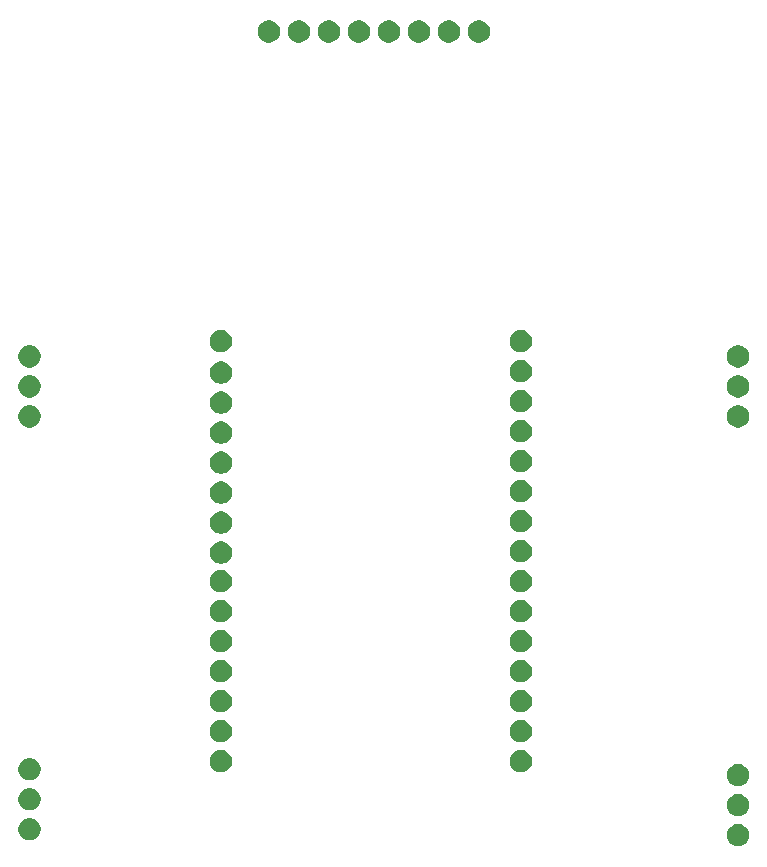
<source format=gts>
G04 #@! TF.GenerationSoftware,KiCad,Pcbnew,9.0.4*
G04 #@! TF.CreationDate,2025-09-06T12:28:32+03:00*
G04 #@! TF.ProjectId,esp32 flight controller,65737033-3220-4666-9c69-67687420636f,rev?*
G04 #@! TF.SameCoordinates,Original*
G04 #@! TF.FileFunction,Soldermask,Top*
G04 #@! TF.FilePolarity,Negative*
%FSLAX46Y46*%
G04 Gerber Fmt 4.6, Leading zero omitted, Abs format (unit mm)*
G04 Created by KiCad (PCBNEW 9.0.4) date 2025-09-06 12:28:32*
%MOMM*%
%LPD*%
G01*
G04 APERTURE LIST*
G04 APERTURE END LIST*
G36*
X145775770Y-119130907D02*
G01*
X145947827Y-119202175D01*
X146102674Y-119305640D01*
X146234360Y-119437326D01*
X146337825Y-119592173D01*
X146409093Y-119764230D01*
X146445425Y-119946884D01*
X146445425Y-120133116D01*
X146409093Y-120315770D01*
X146337825Y-120487827D01*
X146234360Y-120642674D01*
X146102674Y-120774360D01*
X145947827Y-120877825D01*
X145775770Y-120949093D01*
X145593116Y-120985425D01*
X145406884Y-120985425D01*
X145224230Y-120949093D01*
X145052173Y-120877825D01*
X144897326Y-120774360D01*
X144765640Y-120642674D01*
X144662175Y-120487827D01*
X144590907Y-120315770D01*
X144554575Y-120133116D01*
X144554575Y-119946884D01*
X144590907Y-119764230D01*
X144662175Y-119592173D01*
X144765640Y-119437326D01*
X144897326Y-119305640D01*
X145052173Y-119202175D01*
X145224230Y-119130907D01*
X145406884Y-119094575D01*
X145593116Y-119094575D01*
X145775770Y-119130907D01*
G37*
G36*
X85775770Y-118630907D02*
G01*
X85947827Y-118702175D01*
X86102674Y-118805640D01*
X86234360Y-118937326D01*
X86337825Y-119092173D01*
X86409093Y-119264230D01*
X86445425Y-119446884D01*
X86445425Y-119633116D01*
X86409093Y-119815770D01*
X86337825Y-119987827D01*
X86234360Y-120142674D01*
X86102674Y-120274360D01*
X85947827Y-120377825D01*
X85775770Y-120449093D01*
X85593116Y-120485425D01*
X85406884Y-120485425D01*
X85224230Y-120449093D01*
X85052173Y-120377825D01*
X84897326Y-120274360D01*
X84765640Y-120142674D01*
X84662175Y-119987827D01*
X84590907Y-119815770D01*
X84554575Y-119633116D01*
X84554575Y-119446884D01*
X84590907Y-119264230D01*
X84662175Y-119092173D01*
X84765640Y-118937326D01*
X84897326Y-118805640D01*
X85052173Y-118702175D01*
X85224230Y-118630907D01*
X85406884Y-118594575D01*
X85593116Y-118594575D01*
X85775770Y-118630907D01*
G37*
G36*
X145775770Y-116590907D02*
G01*
X145947827Y-116662175D01*
X146102674Y-116765640D01*
X146234360Y-116897326D01*
X146337825Y-117052173D01*
X146409093Y-117224230D01*
X146445425Y-117406884D01*
X146445425Y-117593116D01*
X146409093Y-117775770D01*
X146337825Y-117947827D01*
X146234360Y-118102674D01*
X146102674Y-118234360D01*
X145947827Y-118337825D01*
X145775770Y-118409093D01*
X145593116Y-118445425D01*
X145406884Y-118445425D01*
X145224230Y-118409093D01*
X145052173Y-118337825D01*
X144897326Y-118234360D01*
X144765640Y-118102674D01*
X144662175Y-117947827D01*
X144590907Y-117775770D01*
X144554575Y-117593116D01*
X144554575Y-117406884D01*
X144590907Y-117224230D01*
X144662175Y-117052173D01*
X144765640Y-116897326D01*
X144897326Y-116765640D01*
X145052173Y-116662175D01*
X145224230Y-116590907D01*
X145406884Y-116554575D01*
X145593116Y-116554575D01*
X145775770Y-116590907D01*
G37*
G36*
X85775770Y-116090907D02*
G01*
X85947827Y-116162175D01*
X86102674Y-116265640D01*
X86234360Y-116397326D01*
X86337825Y-116552173D01*
X86409093Y-116724230D01*
X86445425Y-116906884D01*
X86445425Y-117093116D01*
X86409093Y-117275770D01*
X86337825Y-117447827D01*
X86234360Y-117602674D01*
X86102674Y-117734360D01*
X85947827Y-117837825D01*
X85775770Y-117909093D01*
X85593116Y-117945425D01*
X85406884Y-117945425D01*
X85224230Y-117909093D01*
X85052173Y-117837825D01*
X84897326Y-117734360D01*
X84765640Y-117602674D01*
X84662175Y-117447827D01*
X84590907Y-117275770D01*
X84554575Y-117093116D01*
X84554575Y-116906884D01*
X84590907Y-116724230D01*
X84662175Y-116552173D01*
X84765640Y-116397326D01*
X84897326Y-116265640D01*
X85052173Y-116162175D01*
X85224230Y-116090907D01*
X85406884Y-116054575D01*
X85593116Y-116054575D01*
X85775770Y-116090907D01*
G37*
G36*
X145775770Y-114050907D02*
G01*
X145947827Y-114122175D01*
X146102674Y-114225640D01*
X146234360Y-114357326D01*
X146337825Y-114512173D01*
X146409093Y-114684230D01*
X146445425Y-114866884D01*
X146445425Y-115053116D01*
X146409093Y-115235770D01*
X146337825Y-115407827D01*
X146234360Y-115562674D01*
X146102674Y-115694360D01*
X145947827Y-115797825D01*
X145775770Y-115869093D01*
X145593116Y-115905425D01*
X145406884Y-115905425D01*
X145224230Y-115869093D01*
X145052173Y-115797825D01*
X144897326Y-115694360D01*
X144765640Y-115562674D01*
X144662175Y-115407827D01*
X144590907Y-115235770D01*
X144554575Y-115053116D01*
X144554575Y-114866884D01*
X144590907Y-114684230D01*
X144662175Y-114512173D01*
X144765640Y-114357326D01*
X144897326Y-114225640D01*
X145052173Y-114122175D01*
X145224230Y-114050907D01*
X145406884Y-114014575D01*
X145593116Y-114014575D01*
X145775770Y-114050907D01*
G37*
G36*
X85775770Y-113550907D02*
G01*
X85947827Y-113622175D01*
X86102674Y-113725640D01*
X86234360Y-113857326D01*
X86337825Y-114012173D01*
X86409093Y-114184230D01*
X86445425Y-114366884D01*
X86445425Y-114553116D01*
X86409093Y-114735770D01*
X86337825Y-114907827D01*
X86234360Y-115062674D01*
X86102674Y-115194360D01*
X85947827Y-115297825D01*
X85775770Y-115369093D01*
X85593116Y-115405425D01*
X85406884Y-115405425D01*
X85224230Y-115369093D01*
X85052173Y-115297825D01*
X84897326Y-115194360D01*
X84765640Y-115062674D01*
X84662175Y-114907827D01*
X84590907Y-114735770D01*
X84554575Y-114553116D01*
X84554575Y-114366884D01*
X84590907Y-114184230D01*
X84662175Y-114012173D01*
X84765640Y-113857326D01*
X84897326Y-113725640D01*
X85052173Y-113622175D01*
X85224230Y-113550907D01*
X85406884Y-113514575D01*
X85593116Y-113514575D01*
X85775770Y-113550907D01*
G37*
G36*
X101976496Y-112868514D02*
G01*
X102149005Y-112939970D01*
X102304260Y-113043708D01*
X102436292Y-113175740D01*
X102540030Y-113330995D01*
X102611486Y-113503504D01*
X102647913Y-113686639D01*
X102647913Y-113873361D01*
X102611486Y-114056496D01*
X102540030Y-114229005D01*
X102436292Y-114384260D01*
X102304260Y-114516292D01*
X102149005Y-114620030D01*
X101976496Y-114691486D01*
X101793361Y-114727913D01*
X101606639Y-114727913D01*
X101423504Y-114691486D01*
X101250995Y-114620030D01*
X101095740Y-114516292D01*
X100963708Y-114384260D01*
X100859970Y-114229005D01*
X100788514Y-114056496D01*
X100752087Y-113873361D01*
X100752087Y-113686639D01*
X100788514Y-113503504D01*
X100859970Y-113330995D01*
X100963708Y-113175740D01*
X101095740Y-113043708D01*
X101250995Y-112939970D01*
X101423504Y-112868514D01*
X101606639Y-112832087D01*
X101793361Y-112832087D01*
X101976496Y-112868514D01*
G37*
G36*
X127376496Y-112868514D02*
G01*
X127549005Y-112939970D01*
X127704260Y-113043708D01*
X127836292Y-113175740D01*
X127940030Y-113330995D01*
X128011486Y-113503504D01*
X128047913Y-113686639D01*
X128047913Y-113873361D01*
X128011486Y-114056496D01*
X127940030Y-114229005D01*
X127836292Y-114384260D01*
X127704260Y-114516292D01*
X127549005Y-114620030D01*
X127376496Y-114691486D01*
X127193361Y-114727913D01*
X127006639Y-114727913D01*
X126823504Y-114691486D01*
X126650995Y-114620030D01*
X126495740Y-114516292D01*
X126363708Y-114384260D01*
X126259970Y-114229005D01*
X126188514Y-114056496D01*
X126152087Y-113873361D01*
X126152087Y-113686639D01*
X126188514Y-113503504D01*
X126259970Y-113330995D01*
X126363708Y-113175740D01*
X126495740Y-113043708D01*
X126650995Y-112939970D01*
X126823504Y-112868514D01*
X127006639Y-112832087D01*
X127193361Y-112832087D01*
X127376496Y-112868514D01*
G37*
G36*
X101976496Y-110328514D02*
G01*
X102149005Y-110399970D01*
X102304260Y-110503708D01*
X102436292Y-110635740D01*
X102540030Y-110790995D01*
X102611486Y-110963504D01*
X102647913Y-111146639D01*
X102647913Y-111333361D01*
X102611486Y-111516496D01*
X102540030Y-111689005D01*
X102436292Y-111844260D01*
X102304260Y-111976292D01*
X102149005Y-112080030D01*
X101976496Y-112151486D01*
X101793361Y-112187913D01*
X101606639Y-112187913D01*
X101423504Y-112151486D01*
X101250995Y-112080030D01*
X101095740Y-111976292D01*
X100963708Y-111844260D01*
X100859970Y-111689005D01*
X100788514Y-111516496D01*
X100752087Y-111333361D01*
X100752087Y-111146639D01*
X100788514Y-110963504D01*
X100859970Y-110790995D01*
X100963708Y-110635740D01*
X101095740Y-110503708D01*
X101250995Y-110399970D01*
X101423504Y-110328514D01*
X101606639Y-110292087D01*
X101793361Y-110292087D01*
X101976496Y-110328514D01*
G37*
G36*
X127376496Y-110328514D02*
G01*
X127549005Y-110399970D01*
X127704260Y-110503708D01*
X127836292Y-110635740D01*
X127940030Y-110790995D01*
X128011486Y-110963504D01*
X128047913Y-111146639D01*
X128047913Y-111333361D01*
X128011486Y-111516496D01*
X127940030Y-111689005D01*
X127836292Y-111844260D01*
X127704260Y-111976292D01*
X127549005Y-112080030D01*
X127376496Y-112151486D01*
X127193361Y-112187913D01*
X127006639Y-112187913D01*
X126823504Y-112151486D01*
X126650995Y-112080030D01*
X126495740Y-111976292D01*
X126363708Y-111844260D01*
X126259970Y-111689005D01*
X126188514Y-111516496D01*
X126152087Y-111333361D01*
X126152087Y-111146639D01*
X126188514Y-110963504D01*
X126259970Y-110790995D01*
X126363708Y-110635740D01*
X126495740Y-110503708D01*
X126650995Y-110399970D01*
X126823504Y-110328514D01*
X127006639Y-110292087D01*
X127193361Y-110292087D01*
X127376496Y-110328514D01*
G37*
G36*
X101976496Y-107788514D02*
G01*
X102149005Y-107859970D01*
X102304260Y-107963708D01*
X102436292Y-108095740D01*
X102540030Y-108250995D01*
X102611486Y-108423504D01*
X102647913Y-108606639D01*
X102647913Y-108793361D01*
X102611486Y-108976496D01*
X102540030Y-109149005D01*
X102436292Y-109304260D01*
X102304260Y-109436292D01*
X102149005Y-109540030D01*
X101976496Y-109611486D01*
X101793361Y-109647913D01*
X101606639Y-109647913D01*
X101423504Y-109611486D01*
X101250995Y-109540030D01*
X101095740Y-109436292D01*
X100963708Y-109304260D01*
X100859970Y-109149005D01*
X100788514Y-108976496D01*
X100752087Y-108793361D01*
X100752087Y-108606639D01*
X100788514Y-108423504D01*
X100859970Y-108250995D01*
X100963708Y-108095740D01*
X101095740Y-107963708D01*
X101250995Y-107859970D01*
X101423504Y-107788514D01*
X101606639Y-107752087D01*
X101793361Y-107752087D01*
X101976496Y-107788514D01*
G37*
G36*
X127376496Y-107788514D02*
G01*
X127549005Y-107859970D01*
X127704260Y-107963708D01*
X127836292Y-108095740D01*
X127940030Y-108250995D01*
X128011486Y-108423504D01*
X128047913Y-108606639D01*
X128047913Y-108793361D01*
X128011486Y-108976496D01*
X127940030Y-109149005D01*
X127836292Y-109304260D01*
X127704260Y-109436292D01*
X127549005Y-109540030D01*
X127376496Y-109611486D01*
X127193361Y-109647913D01*
X127006639Y-109647913D01*
X126823504Y-109611486D01*
X126650995Y-109540030D01*
X126495740Y-109436292D01*
X126363708Y-109304260D01*
X126259970Y-109149005D01*
X126188514Y-108976496D01*
X126152087Y-108793361D01*
X126152087Y-108606639D01*
X126188514Y-108423504D01*
X126259970Y-108250995D01*
X126363708Y-108095740D01*
X126495740Y-107963708D01*
X126650995Y-107859970D01*
X126823504Y-107788514D01*
X127006639Y-107752087D01*
X127193361Y-107752087D01*
X127376496Y-107788514D01*
G37*
G36*
X101976496Y-105248514D02*
G01*
X102149005Y-105319970D01*
X102304260Y-105423708D01*
X102436292Y-105555740D01*
X102540030Y-105710995D01*
X102611486Y-105883504D01*
X102647913Y-106066639D01*
X102647913Y-106253361D01*
X102611486Y-106436496D01*
X102540030Y-106609005D01*
X102436292Y-106764260D01*
X102304260Y-106896292D01*
X102149005Y-107000030D01*
X101976496Y-107071486D01*
X101793361Y-107107913D01*
X101606639Y-107107913D01*
X101423504Y-107071486D01*
X101250995Y-107000030D01*
X101095740Y-106896292D01*
X100963708Y-106764260D01*
X100859970Y-106609005D01*
X100788514Y-106436496D01*
X100752087Y-106253361D01*
X100752087Y-106066639D01*
X100788514Y-105883504D01*
X100859970Y-105710995D01*
X100963708Y-105555740D01*
X101095740Y-105423708D01*
X101250995Y-105319970D01*
X101423504Y-105248514D01*
X101606639Y-105212087D01*
X101793361Y-105212087D01*
X101976496Y-105248514D01*
G37*
G36*
X127376496Y-105248514D02*
G01*
X127549005Y-105319970D01*
X127704260Y-105423708D01*
X127836292Y-105555740D01*
X127940030Y-105710995D01*
X128011486Y-105883504D01*
X128047913Y-106066639D01*
X128047913Y-106253361D01*
X128011486Y-106436496D01*
X127940030Y-106609005D01*
X127836292Y-106764260D01*
X127704260Y-106896292D01*
X127549005Y-107000030D01*
X127376496Y-107071486D01*
X127193361Y-107107913D01*
X127006639Y-107107913D01*
X126823504Y-107071486D01*
X126650995Y-107000030D01*
X126495740Y-106896292D01*
X126363708Y-106764260D01*
X126259970Y-106609005D01*
X126188514Y-106436496D01*
X126152087Y-106253361D01*
X126152087Y-106066639D01*
X126188514Y-105883504D01*
X126259970Y-105710995D01*
X126363708Y-105555740D01*
X126495740Y-105423708D01*
X126650995Y-105319970D01*
X126823504Y-105248514D01*
X127006639Y-105212087D01*
X127193361Y-105212087D01*
X127376496Y-105248514D01*
G37*
G36*
X101976496Y-102708514D02*
G01*
X102149005Y-102779970D01*
X102304260Y-102883708D01*
X102436292Y-103015740D01*
X102540030Y-103170995D01*
X102611486Y-103343504D01*
X102647913Y-103526639D01*
X102647913Y-103713361D01*
X102611486Y-103896496D01*
X102540030Y-104069005D01*
X102436292Y-104224260D01*
X102304260Y-104356292D01*
X102149005Y-104460030D01*
X101976496Y-104531486D01*
X101793361Y-104567913D01*
X101606639Y-104567913D01*
X101423504Y-104531486D01*
X101250995Y-104460030D01*
X101095740Y-104356292D01*
X100963708Y-104224260D01*
X100859970Y-104069005D01*
X100788514Y-103896496D01*
X100752087Y-103713361D01*
X100752087Y-103526639D01*
X100788514Y-103343504D01*
X100859970Y-103170995D01*
X100963708Y-103015740D01*
X101095740Y-102883708D01*
X101250995Y-102779970D01*
X101423504Y-102708514D01*
X101606639Y-102672087D01*
X101793361Y-102672087D01*
X101976496Y-102708514D01*
G37*
G36*
X127376496Y-102708514D02*
G01*
X127549005Y-102779970D01*
X127704260Y-102883708D01*
X127836292Y-103015740D01*
X127940030Y-103170995D01*
X128011486Y-103343504D01*
X128047913Y-103526639D01*
X128047913Y-103713361D01*
X128011486Y-103896496D01*
X127940030Y-104069005D01*
X127836292Y-104224260D01*
X127704260Y-104356292D01*
X127549005Y-104460030D01*
X127376496Y-104531486D01*
X127193361Y-104567913D01*
X127006639Y-104567913D01*
X126823504Y-104531486D01*
X126650995Y-104460030D01*
X126495740Y-104356292D01*
X126363708Y-104224260D01*
X126259970Y-104069005D01*
X126188514Y-103896496D01*
X126152087Y-103713361D01*
X126152087Y-103526639D01*
X126188514Y-103343504D01*
X126259970Y-103170995D01*
X126363708Y-103015740D01*
X126495740Y-102883708D01*
X126650995Y-102779970D01*
X126823504Y-102708514D01*
X127006639Y-102672087D01*
X127193361Y-102672087D01*
X127376496Y-102708514D01*
G37*
G36*
X101976496Y-100168514D02*
G01*
X102149005Y-100239970D01*
X102304260Y-100343708D01*
X102436292Y-100475740D01*
X102540030Y-100630995D01*
X102611486Y-100803504D01*
X102647913Y-100986639D01*
X102647913Y-101173361D01*
X102611486Y-101356496D01*
X102540030Y-101529005D01*
X102436292Y-101684260D01*
X102304260Y-101816292D01*
X102149005Y-101920030D01*
X101976496Y-101991486D01*
X101793361Y-102027913D01*
X101606639Y-102027913D01*
X101423504Y-101991486D01*
X101250995Y-101920030D01*
X101095740Y-101816292D01*
X100963708Y-101684260D01*
X100859970Y-101529005D01*
X100788514Y-101356496D01*
X100752087Y-101173361D01*
X100752087Y-100986639D01*
X100788514Y-100803504D01*
X100859970Y-100630995D01*
X100963708Y-100475740D01*
X101095740Y-100343708D01*
X101250995Y-100239970D01*
X101423504Y-100168514D01*
X101606639Y-100132087D01*
X101793361Y-100132087D01*
X101976496Y-100168514D01*
G37*
G36*
X127376496Y-100168514D02*
G01*
X127549005Y-100239970D01*
X127704260Y-100343708D01*
X127836292Y-100475740D01*
X127940030Y-100630995D01*
X128011486Y-100803504D01*
X128047913Y-100986639D01*
X128047913Y-101173361D01*
X128011486Y-101356496D01*
X127940030Y-101529005D01*
X127836292Y-101684260D01*
X127704260Y-101816292D01*
X127549005Y-101920030D01*
X127376496Y-101991486D01*
X127193361Y-102027913D01*
X127006639Y-102027913D01*
X126823504Y-101991486D01*
X126650995Y-101920030D01*
X126495740Y-101816292D01*
X126363708Y-101684260D01*
X126259970Y-101529005D01*
X126188514Y-101356496D01*
X126152087Y-101173361D01*
X126152087Y-100986639D01*
X126188514Y-100803504D01*
X126259970Y-100630995D01*
X126363708Y-100475740D01*
X126495740Y-100343708D01*
X126650995Y-100239970D01*
X126823504Y-100168514D01*
X127006639Y-100132087D01*
X127193361Y-100132087D01*
X127376496Y-100168514D01*
G37*
G36*
X101976496Y-97628514D02*
G01*
X102149005Y-97699970D01*
X102304260Y-97803708D01*
X102436292Y-97935740D01*
X102540030Y-98090995D01*
X102611486Y-98263504D01*
X102647913Y-98446639D01*
X102647913Y-98633361D01*
X102611486Y-98816496D01*
X102540030Y-98989005D01*
X102436292Y-99144260D01*
X102304260Y-99276292D01*
X102149005Y-99380030D01*
X101976496Y-99451486D01*
X101793361Y-99487913D01*
X101606639Y-99487913D01*
X101423504Y-99451486D01*
X101250995Y-99380030D01*
X101095740Y-99276292D01*
X100963708Y-99144260D01*
X100859970Y-98989005D01*
X100788514Y-98816496D01*
X100752087Y-98633361D01*
X100752087Y-98446639D01*
X100788514Y-98263504D01*
X100859970Y-98090995D01*
X100963708Y-97935740D01*
X101095740Y-97803708D01*
X101250995Y-97699970D01*
X101423504Y-97628514D01*
X101606639Y-97592087D01*
X101793361Y-97592087D01*
X101976496Y-97628514D01*
G37*
G36*
X127376496Y-97628514D02*
G01*
X127549005Y-97699970D01*
X127704260Y-97803708D01*
X127836292Y-97935740D01*
X127940030Y-98090995D01*
X128011486Y-98263504D01*
X128047913Y-98446639D01*
X128047913Y-98633361D01*
X128011486Y-98816496D01*
X127940030Y-98989005D01*
X127836292Y-99144260D01*
X127704260Y-99276292D01*
X127549005Y-99380030D01*
X127376496Y-99451486D01*
X127193361Y-99487913D01*
X127006639Y-99487913D01*
X126823504Y-99451486D01*
X126650995Y-99380030D01*
X126495740Y-99276292D01*
X126363708Y-99144260D01*
X126259970Y-98989005D01*
X126188514Y-98816496D01*
X126152087Y-98633361D01*
X126152087Y-98446639D01*
X126188514Y-98263504D01*
X126259970Y-98090995D01*
X126363708Y-97935740D01*
X126495740Y-97803708D01*
X126650995Y-97699970D01*
X126823504Y-97628514D01*
X127006639Y-97592087D01*
X127193361Y-97592087D01*
X127376496Y-97628514D01*
G37*
G36*
X101976496Y-95208514D02*
G01*
X102149005Y-95279970D01*
X102304260Y-95383708D01*
X102436292Y-95515740D01*
X102540030Y-95670995D01*
X102611486Y-95843504D01*
X102647913Y-96026639D01*
X102647913Y-96213361D01*
X102611486Y-96396496D01*
X102540030Y-96569005D01*
X102436292Y-96724260D01*
X102304260Y-96856292D01*
X102149005Y-96960030D01*
X101976496Y-97031486D01*
X101793361Y-97067913D01*
X101606639Y-97067913D01*
X101423504Y-97031486D01*
X101250995Y-96960030D01*
X101095740Y-96856292D01*
X100963708Y-96724260D01*
X100859970Y-96569005D01*
X100788514Y-96396496D01*
X100752087Y-96213361D01*
X100752087Y-96026639D01*
X100788514Y-95843504D01*
X100859970Y-95670995D01*
X100963708Y-95515740D01*
X101095740Y-95383708D01*
X101250995Y-95279970D01*
X101423504Y-95208514D01*
X101606639Y-95172087D01*
X101793361Y-95172087D01*
X101976496Y-95208514D01*
G37*
G36*
X127376496Y-95088514D02*
G01*
X127549005Y-95159970D01*
X127704260Y-95263708D01*
X127836292Y-95395740D01*
X127940030Y-95550995D01*
X128011486Y-95723504D01*
X128047913Y-95906639D01*
X128047913Y-96093361D01*
X128011486Y-96276496D01*
X127940030Y-96449005D01*
X127836292Y-96604260D01*
X127704260Y-96736292D01*
X127549005Y-96840030D01*
X127376496Y-96911486D01*
X127193361Y-96947913D01*
X127006639Y-96947913D01*
X126823504Y-96911486D01*
X126650995Y-96840030D01*
X126495740Y-96736292D01*
X126363708Y-96604260D01*
X126259970Y-96449005D01*
X126188514Y-96276496D01*
X126152087Y-96093361D01*
X126152087Y-95906639D01*
X126188514Y-95723504D01*
X126259970Y-95550995D01*
X126363708Y-95395740D01*
X126495740Y-95263708D01*
X126650995Y-95159970D01*
X126823504Y-95088514D01*
X127006639Y-95052087D01*
X127193361Y-95052087D01*
X127376496Y-95088514D01*
G37*
G36*
X101976496Y-92668514D02*
G01*
X102149005Y-92739970D01*
X102304260Y-92843708D01*
X102436292Y-92975740D01*
X102540030Y-93130995D01*
X102611486Y-93303504D01*
X102647913Y-93486639D01*
X102647913Y-93673361D01*
X102611486Y-93856496D01*
X102540030Y-94029005D01*
X102436292Y-94184260D01*
X102304260Y-94316292D01*
X102149005Y-94420030D01*
X101976496Y-94491486D01*
X101793361Y-94527913D01*
X101606639Y-94527913D01*
X101423504Y-94491486D01*
X101250995Y-94420030D01*
X101095740Y-94316292D01*
X100963708Y-94184260D01*
X100859970Y-94029005D01*
X100788514Y-93856496D01*
X100752087Y-93673361D01*
X100752087Y-93486639D01*
X100788514Y-93303504D01*
X100859970Y-93130995D01*
X100963708Y-92975740D01*
X101095740Y-92843708D01*
X101250995Y-92739970D01*
X101423504Y-92668514D01*
X101606639Y-92632087D01*
X101793361Y-92632087D01*
X101976496Y-92668514D01*
G37*
G36*
X127376496Y-92548514D02*
G01*
X127549005Y-92619970D01*
X127704260Y-92723708D01*
X127836292Y-92855740D01*
X127940030Y-93010995D01*
X128011486Y-93183504D01*
X128047913Y-93366639D01*
X128047913Y-93553361D01*
X128011486Y-93736496D01*
X127940030Y-93909005D01*
X127836292Y-94064260D01*
X127704260Y-94196292D01*
X127549005Y-94300030D01*
X127376496Y-94371486D01*
X127193361Y-94407913D01*
X127006639Y-94407913D01*
X126823504Y-94371486D01*
X126650995Y-94300030D01*
X126495740Y-94196292D01*
X126363708Y-94064260D01*
X126259970Y-93909005D01*
X126188514Y-93736496D01*
X126152087Y-93553361D01*
X126152087Y-93366639D01*
X126188514Y-93183504D01*
X126259970Y-93010995D01*
X126363708Y-92855740D01*
X126495740Y-92723708D01*
X126650995Y-92619970D01*
X126823504Y-92548514D01*
X127006639Y-92512087D01*
X127193361Y-92512087D01*
X127376496Y-92548514D01*
G37*
G36*
X101976496Y-90128514D02*
G01*
X102149005Y-90199970D01*
X102304260Y-90303708D01*
X102436292Y-90435740D01*
X102540030Y-90590995D01*
X102611486Y-90763504D01*
X102647913Y-90946639D01*
X102647913Y-91133361D01*
X102611486Y-91316496D01*
X102540030Y-91489005D01*
X102436292Y-91644260D01*
X102304260Y-91776292D01*
X102149005Y-91880030D01*
X101976496Y-91951486D01*
X101793361Y-91987913D01*
X101606639Y-91987913D01*
X101423504Y-91951486D01*
X101250995Y-91880030D01*
X101095740Y-91776292D01*
X100963708Y-91644260D01*
X100859970Y-91489005D01*
X100788514Y-91316496D01*
X100752087Y-91133361D01*
X100752087Y-90946639D01*
X100788514Y-90763504D01*
X100859970Y-90590995D01*
X100963708Y-90435740D01*
X101095740Y-90303708D01*
X101250995Y-90199970D01*
X101423504Y-90128514D01*
X101606639Y-90092087D01*
X101793361Y-90092087D01*
X101976496Y-90128514D01*
G37*
G36*
X127376496Y-90008514D02*
G01*
X127549005Y-90079970D01*
X127704260Y-90183708D01*
X127836292Y-90315740D01*
X127940030Y-90470995D01*
X128011486Y-90643504D01*
X128047913Y-90826639D01*
X128047913Y-91013361D01*
X128011486Y-91196496D01*
X127940030Y-91369005D01*
X127836292Y-91524260D01*
X127704260Y-91656292D01*
X127549005Y-91760030D01*
X127376496Y-91831486D01*
X127193361Y-91867913D01*
X127006639Y-91867913D01*
X126823504Y-91831486D01*
X126650995Y-91760030D01*
X126495740Y-91656292D01*
X126363708Y-91524260D01*
X126259970Y-91369005D01*
X126188514Y-91196496D01*
X126152087Y-91013361D01*
X126152087Y-90826639D01*
X126188514Y-90643504D01*
X126259970Y-90470995D01*
X126363708Y-90315740D01*
X126495740Y-90183708D01*
X126650995Y-90079970D01*
X126823504Y-90008514D01*
X127006639Y-89972087D01*
X127193361Y-89972087D01*
X127376496Y-90008514D01*
G37*
G36*
X101976496Y-87588514D02*
G01*
X102149005Y-87659970D01*
X102304260Y-87763708D01*
X102436292Y-87895740D01*
X102540030Y-88050995D01*
X102611486Y-88223504D01*
X102647913Y-88406639D01*
X102647913Y-88593361D01*
X102611486Y-88776496D01*
X102540030Y-88949005D01*
X102436292Y-89104260D01*
X102304260Y-89236292D01*
X102149005Y-89340030D01*
X101976496Y-89411486D01*
X101793361Y-89447913D01*
X101606639Y-89447913D01*
X101423504Y-89411486D01*
X101250995Y-89340030D01*
X101095740Y-89236292D01*
X100963708Y-89104260D01*
X100859970Y-88949005D01*
X100788514Y-88776496D01*
X100752087Y-88593361D01*
X100752087Y-88406639D01*
X100788514Y-88223504D01*
X100859970Y-88050995D01*
X100963708Y-87895740D01*
X101095740Y-87763708D01*
X101250995Y-87659970D01*
X101423504Y-87588514D01*
X101606639Y-87552087D01*
X101793361Y-87552087D01*
X101976496Y-87588514D01*
G37*
G36*
X127376496Y-87468514D02*
G01*
X127549005Y-87539970D01*
X127704260Y-87643708D01*
X127836292Y-87775740D01*
X127940030Y-87930995D01*
X128011486Y-88103504D01*
X128047913Y-88286639D01*
X128047913Y-88473361D01*
X128011486Y-88656496D01*
X127940030Y-88829005D01*
X127836292Y-88984260D01*
X127704260Y-89116292D01*
X127549005Y-89220030D01*
X127376496Y-89291486D01*
X127193361Y-89327913D01*
X127006639Y-89327913D01*
X126823504Y-89291486D01*
X126650995Y-89220030D01*
X126495740Y-89116292D01*
X126363708Y-88984260D01*
X126259970Y-88829005D01*
X126188514Y-88656496D01*
X126152087Y-88473361D01*
X126152087Y-88286639D01*
X126188514Y-88103504D01*
X126259970Y-87930995D01*
X126363708Y-87775740D01*
X126495740Y-87643708D01*
X126650995Y-87539970D01*
X126823504Y-87468514D01*
X127006639Y-87432087D01*
X127193361Y-87432087D01*
X127376496Y-87468514D01*
G37*
G36*
X101976496Y-85048514D02*
G01*
X102149005Y-85119970D01*
X102304260Y-85223708D01*
X102436292Y-85355740D01*
X102540030Y-85510995D01*
X102611486Y-85683504D01*
X102647913Y-85866639D01*
X102647913Y-86053361D01*
X102611486Y-86236496D01*
X102540030Y-86409005D01*
X102436292Y-86564260D01*
X102304260Y-86696292D01*
X102149005Y-86800030D01*
X101976496Y-86871486D01*
X101793361Y-86907913D01*
X101606639Y-86907913D01*
X101423504Y-86871486D01*
X101250995Y-86800030D01*
X101095740Y-86696292D01*
X100963708Y-86564260D01*
X100859970Y-86409005D01*
X100788514Y-86236496D01*
X100752087Y-86053361D01*
X100752087Y-85866639D01*
X100788514Y-85683504D01*
X100859970Y-85510995D01*
X100963708Y-85355740D01*
X101095740Y-85223708D01*
X101250995Y-85119970D01*
X101423504Y-85048514D01*
X101606639Y-85012087D01*
X101793361Y-85012087D01*
X101976496Y-85048514D01*
G37*
G36*
X127376496Y-84928514D02*
G01*
X127549005Y-84999970D01*
X127704260Y-85103708D01*
X127836292Y-85235740D01*
X127940030Y-85390995D01*
X128011486Y-85563504D01*
X128047913Y-85746639D01*
X128047913Y-85933361D01*
X128011486Y-86116496D01*
X127940030Y-86289005D01*
X127836292Y-86444260D01*
X127704260Y-86576292D01*
X127549005Y-86680030D01*
X127376496Y-86751486D01*
X127193361Y-86787913D01*
X127006639Y-86787913D01*
X126823504Y-86751486D01*
X126650995Y-86680030D01*
X126495740Y-86576292D01*
X126363708Y-86444260D01*
X126259970Y-86289005D01*
X126188514Y-86116496D01*
X126152087Y-85933361D01*
X126152087Y-85746639D01*
X126188514Y-85563504D01*
X126259970Y-85390995D01*
X126363708Y-85235740D01*
X126495740Y-85103708D01*
X126650995Y-84999970D01*
X126823504Y-84928514D01*
X127006639Y-84892087D01*
X127193361Y-84892087D01*
X127376496Y-84928514D01*
G37*
G36*
X85775770Y-83670907D02*
G01*
X85947827Y-83742175D01*
X86102674Y-83845640D01*
X86234360Y-83977326D01*
X86337825Y-84132173D01*
X86409093Y-84304230D01*
X86445425Y-84486884D01*
X86445425Y-84673116D01*
X86409093Y-84855770D01*
X86337825Y-85027827D01*
X86234360Y-85182674D01*
X86102674Y-85314360D01*
X85947827Y-85417825D01*
X85775770Y-85489093D01*
X85593116Y-85525425D01*
X85406884Y-85525425D01*
X85224230Y-85489093D01*
X85052173Y-85417825D01*
X84897326Y-85314360D01*
X84765640Y-85182674D01*
X84662175Y-85027827D01*
X84590907Y-84855770D01*
X84554575Y-84673116D01*
X84554575Y-84486884D01*
X84590907Y-84304230D01*
X84662175Y-84132173D01*
X84765640Y-83977326D01*
X84897326Y-83845640D01*
X85052173Y-83742175D01*
X85224230Y-83670907D01*
X85406884Y-83634575D01*
X85593116Y-83634575D01*
X85775770Y-83670907D01*
G37*
G36*
X145775770Y-83670907D02*
G01*
X145947827Y-83742175D01*
X146102674Y-83845640D01*
X146234360Y-83977326D01*
X146337825Y-84132173D01*
X146409093Y-84304230D01*
X146445425Y-84486884D01*
X146445425Y-84673116D01*
X146409093Y-84855770D01*
X146337825Y-85027827D01*
X146234360Y-85182674D01*
X146102674Y-85314360D01*
X145947827Y-85417825D01*
X145775770Y-85489093D01*
X145593116Y-85525425D01*
X145406884Y-85525425D01*
X145224230Y-85489093D01*
X145052173Y-85417825D01*
X144897326Y-85314360D01*
X144765640Y-85182674D01*
X144662175Y-85027827D01*
X144590907Y-84855770D01*
X144554575Y-84673116D01*
X144554575Y-84486884D01*
X144590907Y-84304230D01*
X144662175Y-84132173D01*
X144765640Y-83977326D01*
X144897326Y-83845640D01*
X145052173Y-83742175D01*
X145224230Y-83670907D01*
X145406884Y-83634575D01*
X145593116Y-83634575D01*
X145775770Y-83670907D01*
G37*
G36*
X101976496Y-82508514D02*
G01*
X102149005Y-82579970D01*
X102304260Y-82683708D01*
X102436292Y-82815740D01*
X102540030Y-82970995D01*
X102611486Y-83143504D01*
X102647913Y-83326639D01*
X102647913Y-83513361D01*
X102611486Y-83696496D01*
X102540030Y-83869005D01*
X102436292Y-84024260D01*
X102304260Y-84156292D01*
X102149005Y-84260030D01*
X101976496Y-84331486D01*
X101793361Y-84367913D01*
X101606639Y-84367913D01*
X101423504Y-84331486D01*
X101250995Y-84260030D01*
X101095740Y-84156292D01*
X100963708Y-84024260D01*
X100859970Y-83869005D01*
X100788514Y-83696496D01*
X100752087Y-83513361D01*
X100752087Y-83326639D01*
X100788514Y-83143504D01*
X100859970Y-82970995D01*
X100963708Y-82815740D01*
X101095740Y-82683708D01*
X101250995Y-82579970D01*
X101423504Y-82508514D01*
X101606639Y-82472087D01*
X101793361Y-82472087D01*
X101976496Y-82508514D01*
G37*
G36*
X127376496Y-82388514D02*
G01*
X127549005Y-82459970D01*
X127704260Y-82563708D01*
X127836292Y-82695740D01*
X127940030Y-82850995D01*
X128011486Y-83023504D01*
X128047913Y-83206639D01*
X128047913Y-83393361D01*
X128011486Y-83576496D01*
X127940030Y-83749005D01*
X127836292Y-83904260D01*
X127704260Y-84036292D01*
X127549005Y-84140030D01*
X127376496Y-84211486D01*
X127193361Y-84247913D01*
X127006639Y-84247913D01*
X126823504Y-84211486D01*
X126650995Y-84140030D01*
X126495740Y-84036292D01*
X126363708Y-83904260D01*
X126259970Y-83749005D01*
X126188514Y-83576496D01*
X126152087Y-83393361D01*
X126152087Y-83206639D01*
X126188514Y-83023504D01*
X126259970Y-82850995D01*
X126363708Y-82695740D01*
X126495740Y-82563708D01*
X126650995Y-82459970D01*
X126823504Y-82388514D01*
X127006639Y-82352087D01*
X127193361Y-82352087D01*
X127376496Y-82388514D01*
G37*
G36*
X85775770Y-81130907D02*
G01*
X85947827Y-81202175D01*
X86102674Y-81305640D01*
X86234360Y-81437326D01*
X86337825Y-81592173D01*
X86409093Y-81764230D01*
X86445425Y-81946884D01*
X86445425Y-82133116D01*
X86409093Y-82315770D01*
X86337825Y-82487827D01*
X86234360Y-82642674D01*
X86102674Y-82774360D01*
X85947827Y-82877825D01*
X85775770Y-82949093D01*
X85593116Y-82985425D01*
X85406884Y-82985425D01*
X85224230Y-82949093D01*
X85052173Y-82877825D01*
X84897326Y-82774360D01*
X84765640Y-82642674D01*
X84662175Y-82487827D01*
X84590907Y-82315770D01*
X84554575Y-82133116D01*
X84554575Y-81946884D01*
X84590907Y-81764230D01*
X84662175Y-81592173D01*
X84765640Y-81437326D01*
X84897326Y-81305640D01*
X85052173Y-81202175D01*
X85224230Y-81130907D01*
X85406884Y-81094575D01*
X85593116Y-81094575D01*
X85775770Y-81130907D01*
G37*
G36*
X145775770Y-81130907D02*
G01*
X145947827Y-81202175D01*
X146102674Y-81305640D01*
X146234360Y-81437326D01*
X146337825Y-81592173D01*
X146409093Y-81764230D01*
X146445425Y-81946884D01*
X146445425Y-82133116D01*
X146409093Y-82315770D01*
X146337825Y-82487827D01*
X146234360Y-82642674D01*
X146102674Y-82774360D01*
X145947827Y-82877825D01*
X145775770Y-82949093D01*
X145593116Y-82985425D01*
X145406884Y-82985425D01*
X145224230Y-82949093D01*
X145052173Y-82877825D01*
X144897326Y-82774360D01*
X144765640Y-82642674D01*
X144662175Y-82487827D01*
X144590907Y-82315770D01*
X144554575Y-82133116D01*
X144554575Y-81946884D01*
X144590907Y-81764230D01*
X144662175Y-81592173D01*
X144765640Y-81437326D01*
X144897326Y-81305640D01*
X145052173Y-81202175D01*
X145224230Y-81130907D01*
X145406884Y-81094575D01*
X145593116Y-81094575D01*
X145775770Y-81130907D01*
G37*
G36*
X101976496Y-79968514D02*
G01*
X102149005Y-80039970D01*
X102304260Y-80143708D01*
X102436292Y-80275740D01*
X102540030Y-80430995D01*
X102611486Y-80603504D01*
X102647913Y-80786639D01*
X102647913Y-80973361D01*
X102611486Y-81156496D01*
X102540030Y-81329005D01*
X102436292Y-81484260D01*
X102304260Y-81616292D01*
X102149005Y-81720030D01*
X101976496Y-81791486D01*
X101793361Y-81827913D01*
X101606639Y-81827913D01*
X101423504Y-81791486D01*
X101250995Y-81720030D01*
X101095740Y-81616292D01*
X100963708Y-81484260D01*
X100859970Y-81329005D01*
X100788514Y-81156496D01*
X100752087Y-80973361D01*
X100752087Y-80786639D01*
X100788514Y-80603504D01*
X100859970Y-80430995D01*
X100963708Y-80275740D01*
X101095740Y-80143708D01*
X101250995Y-80039970D01*
X101423504Y-79968514D01*
X101606639Y-79932087D01*
X101793361Y-79932087D01*
X101976496Y-79968514D01*
G37*
G36*
X127376496Y-79848514D02*
G01*
X127549005Y-79919970D01*
X127704260Y-80023708D01*
X127836292Y-80155740D01*
X127940030Y-80310995D01*
X128011486Y-80483504D01*
X128047913Y-80666639D01*
X128047913Y-80853361D01*
X128011486Y-81036496D01*
X127940030Y-81209005D01*
X127836292Y-81364260D01*
X127704260Y-81496292D01*
X127549005Y-81600030D01*
X127376496Y-81671486D01*
X127193361Y-81707913D01*
X127006639Y-81707913D01*
X126823504Y-81671486D01*
X126650995Y-81600030D01*
X126495740Y-81496292D01*
X126363708Y-81364260D01*
X126259970Y-81209005D01*
X126188514Y-81036496D01*
X126152087Y-80853361D01*
X126152087Y-80666639D01*
X126188514Y-80483504D01*
X126259970Y-80310995D01*
X126363708Y-80155740D01*
X126495740Y-80023708D01*
X126650995Y-79919970D01*
X126823504Y-79848514D01*
X127006639Y-79812087D01*
X127193361Y-79812087D01*
X127376496Y-79848514D01*
G37*
G36*
X85775770Y-78590907D02*
G01*
X85947827Y-78662175D01*
X86102674Y-78765640D01*
X86234360Y-78897326D01*
X86337825Y-79052173D01*
X86409093Y-79224230D01*
X86445425Y-79406884D01*
X86445425Y-79593116D01*
X86409093Y-79775770D01*
X86337825Y-79947827D01*
X86234360Y-80102674D01*
X86102674Y-80234360D01*
X85947827Y-80337825D01*
X85775770Y-80409093D01*
X85593116Y-80445425D01*
X85406884Y-80445425D01*
X85224230Y-80409093D01*
X85052173Y-80337825D01*
X84897326Y-80234360D01*
X84765640Y-80102674D01*
X84662175Y-79947827D01*
X84590907Y-79775770D01*
X84554575Y-79593116D01*
X84554575Y-79406884D01*
X84590907Y-79224230D01*
X84662175Y-79052173D01*
X84765640Y-78897326D01*
X84897326Y-78765640D01*
X85052173Y-78662175D01*
X85224230Y-78590907D01*
X85406884Y-78554575D01*
X85593116Y-78554575D01*
X85775770Y-78590907D01*
G37*
G36*
X145775770Y-78590907D02*
G01*
X145947827Y-78662175D01*
X146102674Y-78765640D01*
X146234360Y-78897326D01*
X146337825Y-79052173D01*
X146409093Y-79224230D01*
X146445425Y-79406884D01*
X146445425Y-79593116D01*
X146409093Y-79775770D01*
X146337825Y-79947827D01*
X146234360Y-80102674D01*
X146102674Y-80234360D01*
X145947827Y-80337825D01*
X145775770Y-80409093D01*
X145593116Y-80445425D01*
X145406884Y-80445425D01*
X145224230Y-80409093D01*
X145052173Y-80337825D01*
X144897326Y-80234360D01*
X144765640Y-80102674D01*
X144662175Y-79947827D01*
X144590907Y-79775770D01*
X144554575Y-79593116D01*
X144554575Y-79406884D01*
X144590907Y-79224230D01*
X144662175Y-79052173D01*
X144765640Y-78897326D01*
X144897326Y-78765640D01*
X145052173Y-78662175D01*
X145224230Y-78590907D01*
X145406884Y-78554575D01*
X145593116Y-78554575D01*
X145775770Y-78590907D01*
G37*
G36*
X101976496Y-77308514D02*
G01*
X102149005Y-77379970D01*
X102304260Y-77483708D01*
X102436292Y-77615740D01*
X102540030Y-77770995D01*
X102611486Y-77943504D01*
X102647913Y-78126639D01*
X102647913Y-78313361D01*
X102611486Y-78496496D01*
X102540030Y-78669005D01*
X102436292Y-78824260D01*
X102304260Y-78956292D01*
X102149005Y-79060030D01*
X101976496Y-79131486D01*
X101793361Y-79167913D01*
X101606639Y-79167913D01*
X101423504Y-79131486D01*
X101250995Y-79060030D01*
X101095740Y-78956292D01*
X100963708Y-78824260D01*
X100859970Y-78669005D01*
X100788514Y-78496496D01*
X100752087Y-78313361D01*
X100752087Y-78126639D01*
X100788514Y-77943504D01*
X100859970Y-77770995D01*
X100963708Y-77615740D01*
X101095740Y-77483708D01*
X101250995Y-77379970D01*
X101423504Y-77308514D01*
X101606639Y-77272087D01*
X101793361Y-77272087D01*
X101976496Y-77308514D01*
G37*
G36*
X127376496Y-77308514D02*
G01*
X127549005Y-77379970D01*
X127704260Y-77483708D01*
X127836292Y-77615740D01*
X127940030Y-77770995D01*
X128011486Y-77943504D01*
X128047913Y-78126639D01*
X128047913Y-78313361D01*
X128011486Y-78496496D01*
X127940030Y-78669005D01*
X127836292Y-78824260D01*
X127704260Y-78956292D01*
X127549005Y-79060030D01*
X127376496Y-79131486D01*
X127193361Y-79167913D01*
X127006639Y-79167913D01*
X126823504Y-79131486D01*
X126650995Y-79060030D01*
X126495740Y-78956292D01*
X126363708Y-78824260D01*
X126259970Y-78669005D01*
X126188514Y-78496496D01*
X126152087Y-78313361D01*
X126152087Y-78126639D01*
X126188514Y-77943504D01*
X126259970Y-77770995D01*
X126363708Y-77615740D01*
X126495740Y-77483708D01*
X126650995Y-77379970D01*
X126823504Y-77308514D01*
X127006639Y-77272087D01*
X127193361Y-77272087D01*
X127376496Y-77308514D01*
G37*
G36*
X106036496Y-51088514D02*
G01*
X106209005Y-51159970D01*
X106364260Y-51263708D01*
X106496292Y-51395740D01*
X106600030Y-51550995D01*
X106671486Y-51723504D01*
X106707913Y-51906639D01*
X106707913Y-52093361D01*
X106671486Y-52276496D01*
X106600030Y-52449005D01*
X106496292Y-52604260D01*
X106364260Y-52736292D01*
X106209005Y-52840030D01*
X106036496Y-52911486D01*
X105853361Y-52947913D01*
X105666639Y-52947913D01*
X105483504Y-52911486D01*
X105310995Y-52840030D01*
X105155740Y-52736292D01*
X105023708Y-52604260D01*
X104919970Y-52449005D01*
X104848514Y-52276496D01*
X104812087Y-52093361D01*
X104812087Y-51906639D01*
X104848514Y-51723504D01*
X104919970Y-51550995D01*
X105023708Y-51395740D01*
X105155740Y-51263708D01*
X105310995Y-51159970D01*
X105483504Y-51088514D01*
X105666639Y-51052087D01*
X105853361Y-51052087D01*
X106036496Y-51088514D01*
G37*
G36*
X108576496Y-51088514D02*
G01*
X108749005Y-51159970D01*
X108904260Y-51263708D01*
X109036292Y-51395740D01*
X109140030Y-51550995D01*
X109211486Y-51723504D01*
X109247913Y-51906639D01*
X109247913Y-52093361D01*
X109211486Y-52276496D01*
X109140030Y-52449005D01*
X109036292Y-52604260D01*
X108904260Y-52736292D01*
X108749005Y-52840030D01*
X108576496Y-52911486D01*
X108393361Y-52947913D01*
X108206639Y-52947913D01*
X108023504Y-52911486D01*
X107850995Y-52840030D01*
X107695740Y-52736292D01*
X107563708Y-52604260D01*
X107459970Y-52449005D01*
X107388514Y-52276496D01*
X107352087Y-52093361D01*
X107352087Y-51906639D01*
X107388514Y-51723504D01*
X107459970Y-51550995D01*
X107563708Y-51395740D01*
X107695740Y-51263708D01*
X107850995Y-51159970D01*
X108023504Y-51088514D01*
X108206639Y-51052087D01*
X108393361Y-51052087D01*
X108576496Y-51088514D01*
G37*
G36*
X111116496Y-51088514D02*
G01*
X111289005Y-51159970D01*
X111444260Y-51263708D01*
X111576292Y-51395740D01*
X111680030Y-51550995D01*
X111751486Y-51723504D01*
X111787913Y-51906639D01*
X111787913Y-52093361D01*
X111751486Y-52276496D01*
X111680030Y-52449005D01*
X111576292Y-52604260D01*
X111444260Y-52736292D01*
X111289005Y-52840030D01*
X111116496Y-52911486D01*
X110933361Y-52947913D01*
X110746639Y-52947913D01*
X110563504Y-52911486D01*
X110390995Y-52840030D01*
X110235740Y-52736292D01*
X110103708Y-52604260D01*
X109999970Y-52449005D01*
X109928514Y-52276496D01*
X109892087Y-52093361D01*
X109892087Y-51906639D01*
X109928514Y-51723504D01*
X109999970Y-51550995D01*
X110103708Y-51395740D01*
X110235740Y-51263708D01*
X110390995Y-51159970D01*
X110563504Y-51088514D01*
X110746639Y-51052087D01*
X110933361Y-51052087D01*
X111116496Y-51088514D01*
G37*
G36*
X113656496Y-51088514D02*
G01*
X113829005Y-51159970D01*
X113984260Y-51263708D01*
X114116292Y-51395740D01*
X114220030Y-51550995D01*
X114291486Y-51723504D01*
X114327913Y-51906639D01*
X114327913Y-52093361D01*
X114291486Y-52276496D01*
X114220030Y-52449005D01*
X114116292Y-52604260D01*
X113984260Y-52736292D01*
X113829005Y-52840030D01*
X113656496Y-52911486D01*
X113473361Y-52947913D01*
X113286639Y-52947913D01*
X113103504Y-52911486D01*
X112930995Y-52840030D01*
X112775740Y-52736292D01*
X112643708Y-52604260D01*
X112539970Y-52449005D01*
X112468514Y-52276496D01*
X112432087Y-52093361D01*
X112432087Y-51906639D01*
X112468514Y-51723504D01*
X112539970Y-51550995D01*
X112643708Y-51395740D01*
X112775740Y-51263708D01*
X112930995Y-51159970D01*
X113103504Y-51088514D01*
X113286639Y-51052087D01*
X113473361Y-51052087D01*
X113656496Y-51088514D01*
G37*
G36*
X116196496Y-51088514D02*
G01*
X116369005Y-51159970D01*
X116524260Y-51263708D01*
X116656292Y-51395740D01*
X116760030Y-51550995D01*
X116831486Y-51723504D01*
X116867913Y-51906639D01*
X116867913Y-52093361D01*
X116831486Y-52276496D01*
X116760030Y-52449005D01*
X116656292Y-52604260D01*
X116524260Y-52736292D01*
X116369005Y-52840030D01*
X116196496Y-52911486D01*
X116013361Y-52947913D01*
X115826639Y-52947913D01*
X115643504Y-52911486D01*
X115470995Y-52840030D01*
X115315740Y-52736292D01*
X115183708Y-52604260D01*
X115079970Y-52449005D01*
X115008514Y-52276496D01*
X114972087Y-52093361D01*
X114972087Y-51906639D01*
X115008514Y-51723504D01*
X115079970Y-51550995D01*
X115183708Y-51395740D01*
X115315740Y-51263708D01*
X115470995Y-51159970D01*
X115643504Y-51088514D01*
X115826639Y-51052087D01*
X116013361Y-51052087D01*
X116196496Y-51088514D01*
G37*
G36*
X118736496Y-51088514D02*
G01*
X118909005Y-51159970D01*
X119064260Y-51263708D01*
X119196292Y-51395740D01*
X119300030Y-51550995D01*
X119371486Y-51723504D01*
X119407913Y-51906639D01*
X119407913Y-52093361D01*
X119371486Y-52276496D01*
X119300030Y-52449005D01*
X119196292Y-52604260D01*
X119064260Y-52736292D01*
X118909005Y-52840030D01*
X118736496Y-52911486D01*
X118553361Y-52947913D01*
X118366639Y-52947913D01*
X118183504Y-52911486D01*
X118010995Y-52840030D01*
X117855740Y-52736292D01*
X117723708Y-52604260D01*
X117619970Y-52449005D01*
X117548514Y-52276496D01*
X117512087Y-52093361D01*
X117512087Y-51906639D01*
X117548514Y-51723504D01*
X117619970Y-51550995D01*
X117723708Y-51395740D01*
X117855740Y-51263708D01*
X118010995Y-51159970D01*
X118183504Y-51088514D01*
X118366639Y-51052087D01*
X118553361Y-51052087D01*
X118736496Y-51088514D01*
G37*
G36*
X121276496Y-51088514D02*
G01*
X121449005Y-51159970D01*
X121604260Y-51263708D01*
X121736292Y-51395740D01*
X121840030Y-51550995D01*
X121911486Y-51723504D01*
X121947913Y-51906639D01*
X121947913Y-52093361D01*
X121911486Y-52276496D01*
X121840030Y-52449005D01*
X121736292Y-52604260D01*
X121604260Y-52736292D01*
X121449005Y-52840030D01*
X121276496Y-52911486D01*
X121093361Y-52947913D01*
X120906639Y-52947913D01*
X120723504Y-52911486D01*
X120550995Y-52840030D01*
X120395740Y-52736292D01*
X120263708Y-52604260D01*
X120159970Y-52449005D01*
X120088514Y-52276496D01*
X120052087Y-52093361D01*
X120052087Y-51906639D01*
X120088514Y-51723504D01*
X120159970Y-51550995D01*
X120263708Y-51395740D01*
X120395740Y-51263708D01*
X120550995Y-51159970D01*
X120723504Y-51088514D01*
X120906639Y-51052087D01*
X121093361Y-51052087D01*
X121276496Y-51088514D01*
G37*
G36*
X123816496Y-51088514D02*
G01*
X123989005Y-51159970D01*
X124144260Y-51263708D01*
X124276292Y-51395740D01*
X124380030Y-51550995D01*
X124451486Y-51723504D01*
X124487913Y-51906639D01*
X124487913Y-52093361D01*
X124451486Y-52276496D01*
X124380030Y-52449005D01*
X124276292Y-52604260D01*
X124144260Y-52736292D01*
X123989005Y-52840030D01*
X123816496Y-52911486D01*
X123633361Y-52947913D01*
X123446639Y-52947913D01*
X123263504Y-52911486D01*
X123090995Y-52840030D01*
X122935740Y-52736292D01*
X122803708Y-52604260D01*
X122699970Y-52449005D01*
X122628514Y-52276496D01*
X122592087Y-52093361D01*
X122592087Y-51906639D01*
X122628514Y-51723504D01*
X122699970Y-51550995D01*
X122803708Y-51395740D01*
X122935740Y-51263708D01*
X123090995Y-51159970D01*
X123263504Y-51088514D01*
X123446639Y-51052087D01*
X123633361Y-51052087D01*
X123816496Y-51088514D01*
G37*
M02*

</source>
